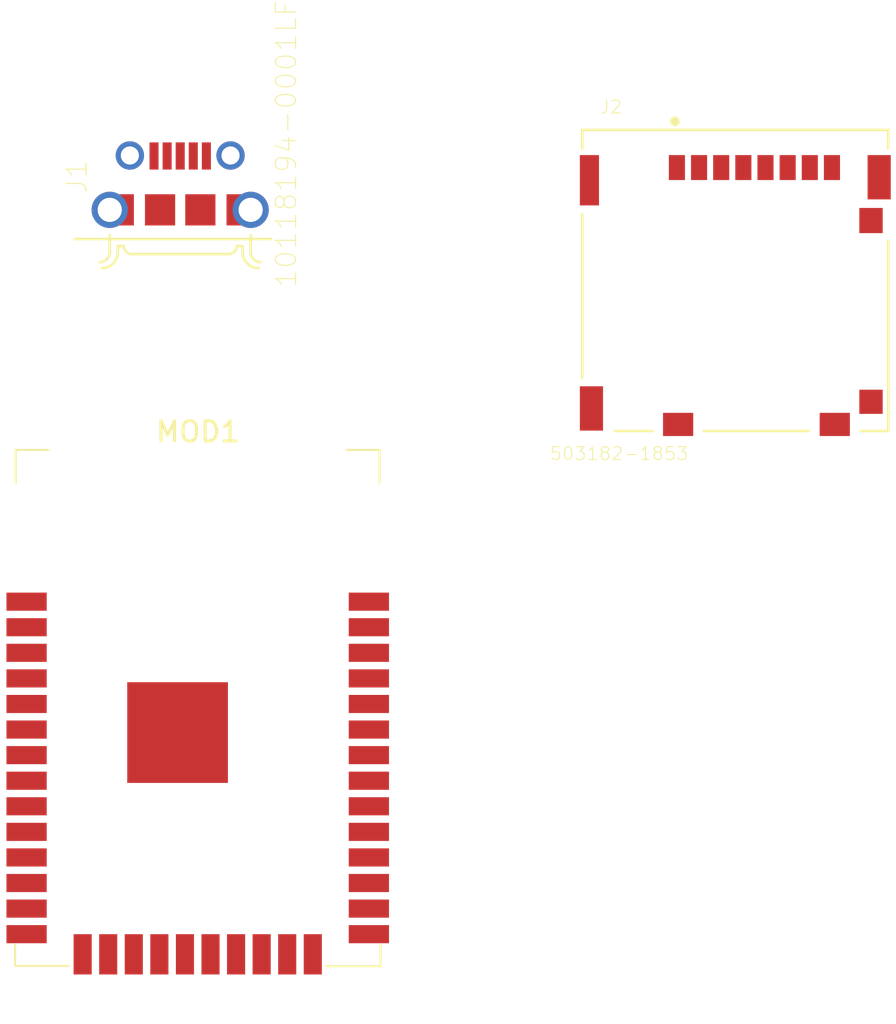
<source format=kicad_pcb>
(kicad_pcb (version 20171130) (host pcbnew "(5.0.0)")

  (general
    (thickness 1.6)
    (drawings 0)
    (tracks 0)
    (zones 0)
    (modules 3)
    (nets 46)
  )

  (page A4)
  (layers
    (0 F.Cu signal)
    (31 B.Cu signal)
    (32 B.Adhes user)
    (33 F.Adhes user)
    (34 B.Paste user)
    (35 F.Paste user)
    (36 B.SilkS user)
    (37 F.SilkS user)
    (38 B.Mask user)
    (39 F.Mask user)
    (40 Dwgs.User user)
    (41 Cmts.User user)
    (42 Eco1.User user)
    (43 Eco2.User user)
    (44 Edge.Cuts user)
    (45 Margin user)
    (46 B.CrtYd user)
    (47 F.CrtYd user)
    (48 B.Fab user)
    (49 F.Fab user)
  )

  (setup
    (last_trace_width 0.25)
    (trace_clearance 0.2)
    (zone_clearance 0.508)
    (zone_45_only no)
    (trace_min 0.2)
    (segment_width 0.2)
    (edge_width 0.15)
    (via_size 0.8)
    (via_drill 0.4)
    (via_min_size 0.4)
    (via_min_drill 0.3)
    (uvia_size 0.3)
    (uvia_drill 0.1)
    (uvias_allowed no)
    (uvia_min_size 0.2)
    (uvia_min_drill 0.1)
    (pcb_text_width 0.3)
    (pcb_text_size 1.5 1.5)
    (mod_edge_width 0.15)
    (mod_text_size 1 1)
    (mod_text_width 0.15)
    (pad_size 1.524 1.524)
    (pad_drill 0.762)
    (pad_to_mask_clearance 0.2)
    (aux_axis_origin 0 0)
    (visible_elements FFFFFF7F)
    (pcbplotparams
      (layerselection 0x010fc_ffffffff)
      (usegerberextensions false)
      (usegerberattributes false)
      (usegerberadvancedattributes false)
      (creategerberjobfile false)
      (excludeedgelayer true)
      (linewidth 0.100000)
      (plotframeref false)
      (viasonmask false)
      (mode 1)
      (useauxorigin false)
      (hpglpennumber 1)
      (hpglpenspeed 20)
      (hpglpendiameter 15.000000)
      (psnegative false)
      (psa4output false)
      (plotreference true)
      (plotvalue true)
      (plotinvisibletext false)
      (padsonsilk false)
      (subtractmaskfromsilk false)
      (outputformat 1)
      (mirror false)
      (drillshape 1)
      (scaleselection 1)
      (outputdirectory ""))
  )

  (net 0 "")
  (net 1 VBUS)
  (net 2 /USB-)
  (net 3 /USB+)
  (net 4 "Net-(J1-Pad4)")
  (net 5 GND)
  (net 6 "Net-(J2-Pad1)")
  (net 7 /SD_CS)
  (net 8 /MOSI)
  (net 9 +3V3)
  (net 10 /SCK)
  (net 11 /MISO)
  (net 12 "Net-(J2-Pad8)")
  (net 13 "Net-(J2-PadSW_T)")
  (net 14 "Net-(J2-PadDET_T)")
  (net 15 "Net-(MOD1-Pad16)")
  (net 16 "Net-(MOD1-Pad17)")
  (net 17 "Net-(MOD1-Pad18)")
  (net 18 "Net-(MOD1-Pad19)")
  (net 19 "Net-(MOD1-Pad20)")
  (net 20 "Net-(MOD1-Pad21)")
  (net 21 "Net-(MOD1-Pad22)")
  (net 22 "Net-(MOD1-Pad23)")
  (net 23 "Net-(MOD1-Pad24)")
  (net 24 "Net-(MOD1-Pad3)")
  (net 25 "Net-(MOD1-Pad4)")
  (net 26 "Net-(MOD1-Pad5)")
  (net 27 "Net-(MOD1-Pad6)")
  (net 28 "Net-(MOD1-Pad7)")
  (net 29 "Net-(MOD1-Pad8)")
  (net 30 "Net-(MOD1-Pad9)")
  (net 31 "Net-(MOD1-Pad10)")
  (net 32 "Net-(MOD1-Pad11)")
  (net 33 "Net-(MOD1-Pad12)")
  (net 34 "Net-(MOD1-Pad13)")
  (net 35 "Net-(MOD1-Pad14)")
  (net 36 /SDA)
  (net 37 /SCL)
  (net 38 /TX)
  (net 39 /RX)
  (net 40 "Net-(MOD1-Pad33)")
  (net 41 "Net-(MOD1-Pad32)")
  (net 42 "Net-(MOD1-Pad28)")
  (net 43 "Net-(MOD1-Pad27)")
  (net 44 "Net-(MOD1-Pad26)")
  (net 45 "Net-(MOD1-Pad25)")

  (net_class Default "This is the default net class."
    (clearance 0.2)
    (trace_width 0.25)
    (via_dia 0.8)
    (via_drill 0.4)
    (uvia_dia 0.3)
    (uvia_drill 0.1)
    (add_net +3V3)
    (add_net /MISO)
    (add_net /MOSI)
    (add_net /RX)
    (add_net /SCK)
    (add_net /SCL)
    (add_net /SDA)
    (add_net /SD_CS)
    (add_net /TX)
    (add_net /USB+)
    (add_net /USB-)
    (add_net GND)
    (add_net "Net-(J1-Pad4)")
    (add_net "Net-(J2-Pad1)")
    (add_net "Net-(J2-Pad8)")
    (add_net "Net-(J2-PadDET_T)")
    (add_net "Net-(J2-PadSW_T)")
    (add_net "Net-(MOD1-Pad10)")
    (add_net "Net-(MOD1-Pad11)")
    (add_net "Net-(MOD1-Pad12)")
    (add_net "Net-(MOD1-Pad13)")
    (add_net "Net-(MOD1-Pad14)")
    (add_net "Net-(MOD1-Pad16)")
    (add_net "Net-(MOD1-Pad17)")
    (add_net "Net-(MOD1-Pad18)")
    (add_net "Net-(MOD1-Pad19)")
    (add_net "Net-(MOD1-Pad20)")
    (add_net "Net-(MOD1-Pad21)")
    (add_net "Net-(MOD1-Pad22)")
    (add_net "Net-(MOD1-Pad23)")
    (add_net "Net-(MOD1-Pad24)")
    (add_net "Net-(MOD1-Pad25)")
    (add_net "Net-(MOD1-Pad26)")
    (add_net "Net-(MOD1-Pad27)")
    (add_net "Net-(MOD1-Pad28)")
    (add_net "Net-(MOD1-Pad3)")
    (add_net "Net-(MOD1-Pad32)")
    (add_net "Net-(MOD1-Pad33)")
    (add_net "Net-(MOD1-Pad4)")
    (add_net "Net-(MOD1-Pad5)")
    (add_net "Net-(MOD1-Pad6)")
    (add_net "Net-(MOD1-Pad7)")
    (add_net "Net-(MOD1-Pad8)")
    (add_net "Net-(MOD1-Pad9)")
    (add_net VBUS)
  )

  (module 10118194-0001LF:FRAMATOME_10118194-0001LF (layer F.Cu) (tedit 0) (tstamp 5BD04D79)
    (at 38.59 23.255)
    (path /5BD44DDE)
    (attr smd)
    (fp_text reference J1 (at -5.13988 -1.64156 90) (layer F.SilkS)
      (effects (font (size 1.00095 1.00095) (thickness 0.05)))
    )
    (fp_text value 10118194-0001LF (at 5.26692 -3.27619 90) (layer F.SilkS)
      (effects (font (size 1.00036 1.00036) (thickness 0.05)))
    )
    (fp_line (start -3.5 -2.85) (end 3.5 -2.85) (layer Dwgs.User) (width 0.127))
    (fp_line (start -3.5 1.25) (end -3.5 2.1) (layer F.SilkS) (width 0.127))
    (fp_line (start -3.5 2.1) (end -3.5 2.15) (layer F.SilkS) (width 0.127))
    (fp_line (start 3.5 1.25) (end 3.5 2.15) (layer F.SilkS) (width 0.127))
    (fp_line (start -5.25 1.45) (end 4.5 1.45) (layer F.SilkS) (width 0.127))
    (fp_text user PCB~Edge (at 4.25835 1.50295) (layer Edge.Cuts)
      (effects (font (size 1 1) (thickness 0.05)))
    )
    (fp_arc (start -4 2.1) (end -4 2.6) (angle -90) (layer F.SilkS) (width 0.127))
    (fp_arc (start -3.9 2.1) (end -3.1 2.1) (angle 90) (layer F.SilkS) (width 0.127))
    (fp_line (start -3.1 2.1) (end -3.1 1.8) (layer F.SilkS) (width 0.127))
    (fp_line (start -3.1 1.8) (end -2.8 1.8) (layer F.SilkS) (width 0.127))
    (fp_arc (start -2.4 1.8) (end -2.4 2.2) (angle 90) (layer F.SilkS) (width 0.127))
    (fp_line (start 3.5 1.25) (end 3.5 2.1) (layer F.SilkS) (width 0.127))
    (fp_line (start 3.5 2.1) (end 3.5 2.15) (layer F.SilkS) (width 0.127))
    (fp_arc (start 4 2.1) (end 4 2.6) (angle 90) (layer F.SilkS) (width 0.127))
    (fp_arc (start 3.9 2.1) (end 3.1 2.1) (angle -90) (layer F.SilkS) (width 0.127))
    (fp_line (start 3.1 2.1) (end 3.1 1.8) (layer F.SilkS) (width 0.127))
    (fp_line (start 3.1 1.8) (end 2.8 1.8) (layer F.SilkS) (width 0.127))
    (fp_arc (start 2.4 1.8) (end 2.4 2.2) (angle -90) (layer F.SilkS) (width 0.127))
    (fp_line (start -2.4 2.2) (end 2.3 2.2) (layer F.SilkS) (width 0.127))
    (fp_line (start -2.5 -3.7) (end 3.8 -3.7) (layer Eco1.User) (width 0.127))
    (fp_line (start 3.8 -3.7) (end 3.8 -1.2) (layer Eco1.User) (width 0.127))
    (fp_line (start 3.8 -1.2) (end 4.7 -1.2) (layer Eco1.User) (width 0.127))
    (fp_line (start 4.7 -1.2) (end 4.7 1.2) (layer Eco1.User) (width 0.127))
    (fp_line (start 4.7 1.2) (end 4.3 1.2) (layer Eco1.User) (width 0.127))
    (fp_line (start 4.3 1.2) (end 4.3 3.2) (layer Eco1.User) (width 0.127))
    (fp_line (start 4.3 3.2) (end -4.3 3.2) (layer Eco1.User) (width 0.127))
    (fp_line (start -4.3 3.2) (end -4.3 1.2) (layer Eco1.User) (width 0.127))
    (fp_line (start -4.3 1.2) (end -4.7 1.2) (layer Eco1.User) (width 0.127))
    (fp_line (start -4.7 1.2) (end -4.7 -1.2) (layer Eco1.User) (width 0.127))
    (fp_line (start -4.7 -1.2) (end -3.8 -1.2) (layer Eco1.User) (width 0.127))
    (fp_line (start -3.8 -1.2) (end -3.8 -3.7) (layer Eco1.User) (width 0.127))
    (fp_line (start -3.8 -3.7) (end -1.8 -3.7) (layer Eco1.User) (width 0.127))
    (pad 1 smd rect (at -1.3 -2.675 180) (size 0.45 1.35) (layers F.Cu F.Paste F.Mask)
      (net 1 VBUS))
    (pad 2 smd rect (at -0.65 -2.675 180) (size 0.45 1.35) (layers F.Cu F.Paste F.Mask)
      (net 2 /USB-))
    (pad 3 smd rect (at 0 -2.675 180) (size 0.45 1.35) (layers F.Cu F.Paste F.Mask)
      (net 3 /USB+))
    (pad 4 smd rect (at 0.65 -2.675 180) (size 0.45 1.35) (layers F.Cu F.Paste F.Mask)
      (net 4 "Net-(J1-Pad4)"))
    (pad 5 smd rect (at 1.3 -2.675 180) (size 0.45 1.35) (layers F.Cu F.Paste F.Mask)
      (net 5 GND))
    (pad P$6 thru_hole circle (at -2.5 -2.7) (size 1.408 1.408) (drill 0.9) (layers *.Cu *.Mask))
    (pad P$7 thru_hole circle (at 2.5 -2.7) (size 1.408 1.408) (drill 0.9) (layers *.Cu *.Mask))
    (pad P$8 thru_hole circle (at -3.5 0) (size 1.8 1.8) (drill 1.2) (layers *.Cu *.Mask))
    (pad P$9 thru_hole circle (at 3.5 0) (size 1.8 1.8) (drill 1.2) (layers *.Cu *.Mask))
    (pad P$10 smd rect (at -1 0) (size 1.5 1.55) (layers F.Cu F.Paste F.Mask))
    (pad P$11 smd rect (at 1 0) (size 1.5 1.55) (layers F.Cu F.Paste F.Mask))
    (pad P$12 smd rect (at -3.05 0) (size 1.5 1.55) (layers F.Cu F.Paste F.Mask))
    (pad P$13 smd rect (at 3.05 0) (size 1.5 1.55) (layers F.Cu F.Paste F.Mask))
  )

  (module 503182-1853:MOLEX_503182-1853 (layer F.Cu) (tedit 0) (tstamp 5BD04D9F)
    (at 66.16 26.76)
    (path /5BD3CC6D)
    (attr smd)
    (fp_text reference J2 (at -6.17463 -8.60672) (layer F.SilkS)
      (effects (font (size 0.640024 0.640024) (thickness 0.05)))
    )
    (fp_text value 503182-1853 (at -5.77123 8.59841) (layer F.SilkS)
      (effects (font (size 0.640358 0.640358) (thickness 0.05)))
    )
    (fp_line (start -7.6 7.475) (end -7.6 -7.475) (layer Dwgs.User) (width 0.127))
    (fp_line (start -7.6 -7.475) (end 7.6 -7.475) (layer Dwgs.User) (width 0.127))
    (fp_line (start 7.6 -7.475) (end 7.6 7.475) (layer Dwgs.User) (width 0.127))
    (fp_line (start 7.6 7.475) (end -7.6 7.475) (layer Dwgs.User) (width 0.127))
    (fp_poly (pts (xy -3.65228 -4.735) (xy 5.55 -4.735) (xy 5.55 3.42714) (xy -3.65228 3.42714)) (layer Dwgs.User) (width 0))
    (fp_line (start -7.97 7.975) (end -7.97 -7.725) (layer Eco1.User) (width 0.05))
    (fp_line (start -7.97 -7.725) (end 7.97 -7.725) (layer Eco1.User) (width 0.05))
    (fp_line (start 7.97 -7.725) (end 7.97 7.975) (layer Eco1.User) (width 0.05))
    (fp_line (start 7.97 7.975) (end -7.97 7.975) (layer Eco1.User) (width 0.05))
    (fp_line (start -7.6 -6.55) (end -7.6 -7.475) (layer F.SilkS) (width 0.127))
    (fp_line (start -7.6 -7.475) (end 7.6 -7.475) (layer F.SilkS) (width 0.127))
    (fp_line (start 7.6 -7.475) (end 7.6 -6.55) (layer F.SilkS) (width 0.127))
    (fp_line (start 7.6 -1.95) (end 7.6 7.475) (layer F.SilkS) (width 0.127))
    (fp_line (start 7.6 7.475) (end 6.23 7.475) (layer F.SilkS) (width 0.127))
    (fp_line (start -7.6 -3.28) (end -7.6 4.85) (layer F.SilkS) (width 0.127))
    (fp_line (start -6 7.475) (end -4.11 7.475) (layer F.SilkS) (width 0.127))
    (fp_line (start -1.56 7.475) (end 3.65 7.475) (layer F.SilkS) (width 0.127))
    (fp_circle (center -3 -7.9) (end -2.88 -7.9) (layer F.SilkS) (width 0.24))
    (fp_poly (pts (xy -3.65183 -4.735) (xy 5.55 -4.735) (xy 5.55 3.42672) (xy -3.65183 3.42672)) (layer Dwgs.User) (width 0))
    (pad 1 smd rect (at -2.9 -5.605 90) (size 1.24 0.8) (layers F.Cu F.Paste F.Mask)
      (net 6 "Net-(J2-Pad1)"))
    (pad 2 smd rect (at -1.8 -5.605 90) (size 1.24 0.8) (layers F.Cu F.Paste F.Mask)
      (net 7 /SD_CS))
    (pad 3 smd rect (at -0.7 -5.605 90) (size 1.24 0.8) (layers F.Cu F.Paste F.Mask)
      (net 8 /MOSI))
    (pad 4 smd rect (at 0.4 -5.605 90) (size 1.24 0.8) (layers F.Cu F.Paste F.Mask)
      (net 9 +3V3))
    (pad 5 smd rect (at 1.5 -5.605 90) (size 1.24 0.8) (layers F.Cu F.Paste F.Mask)
      (net 10 /SCK))
    (pad 6 smd rect (at 2.6 -5.605 90) (size 1.24 0.8) (layers F.Cu F.Paste F.Mask)
      (net 5 GND))
    (pad 7 smd rect (at 3.7 -5.605 90) (size 1.24 0.8) (layers F.Cu F.Paste F.Mask)
      (net 11 /MISO))
    (pad 8 smd rect (at 4.8 -5.605 90) (size 1.24 0.8) (layers F.Cu F.Paste F.Mask)
      (net 12 "Net-(J2-Pad8)"))
    (pad SH1 smd rect (at -7.245 -4.975 90) (size 2.5 0.95) (layers F.Cu F.Paste F.Mask)
      (net 5 GND))
    (pad SH2 smd rect (at 7.145 -5.125 90) (size 2.2 1.15) (layers F.Cu F.Paste F.Mask)
      (net 5 GND))
    (pad SW_T smd rect (at 6.74 -2.975 90) (size 1.25 1.16) (layers F.Cu F.Paste F.Mask)
      (net 13 "Net-(J2-PadSW_T)"))
    (pad DET_T smd rect (at 6.74 6.025 90) (size 1.2 1.16) (layers F.Cu F.Paste F.Mask)
      (net 14 "Net-(J2-PadDET_T)"))
    (pad SH5 smd rect (at -7.145 6.355 90) (size 2.2 1.15) (layers F.Cu F.Paste F.Mask)
      (net 5 GND))
    (pad SH4 smd rect (at -2.84 7.15 180) (size 1.5 1.15) (layers F.Cu F.Paste F.Mask)
      (net 5 GND))
    (pad SH3 smd rect (at 4.94 7.15 180) (size 1.5 1.15) (layers F.Cu F.Paste F.Mask)
      (net 5 GND))
  )

  (module digikey-footprints:ESP32-WROOM-32D (layer F.Cu) (tedit 5B1AEA8D) (tstamp 5BD04DDB)
    (at 39.46 50.965)
    (path /5BCFF980)
    (fp_text reference MOD1 (at 0.01 -16.69) (layer F.SilkS)
      (effects (font (size 1 1) (thickness 0.15)))
    )
    (fp_text value ESP32-WROOM-32 (at 0 11.88) (layer F.Fab)
      (effects (font (size 1 1) (thickness 0.15)))
    )
    (fp_line (start 9.74 10.46) (end 9.74 -16.02) (layer F.CrtYd) (width 0.1))
    (fp_line (start -9.77 10.47) (end 9.73 10.46) (layer F.CrtYd) (width 0.1))
    (fp_line (start -9.77 -16.04) (end -9.77 10.47) (layer F.CrtYd) (width 0.1))
    (fp_line (start 9.74 -16.04) (end -9.74 -16.04) (layer F.CrtYd) (width 0.1))
    (fp_text user REF** (at 0.01 -5.37) (layer F.Fab)
      (effects (font (size 1 1) (thickness 0.15)))
    )
    (fp_line (start 9.03 -14.17) (end 9.03 -15.79) (layer F.SilkS) (width 0.1))
    (fp_line (start 9.03 -15.79) (end 7.39 -15.79) (layer F.SilkS) (width 0.1))
    (fp_line (start -9.04 -14.16) (end -9.04 -15.79) (layer F.SilkS) (width 0.1))
    (fp_line (start -9.04 -15.79) (end -7.41 -15.79) (layer F.SilkS) (width 0.1))
    (fp_line (start 9.08 8.81) (end 9.08 9.85) (layer F.SilkS) (width 0.1))
    (fp_line (start 9.08 9.85) (end 6.38 9.85) (layer F.SilkS) (width 0.1))
    (fp_line (start -9.07 8.78) (end -9.07 9.83) (layer F.SilkS) (width 0.1))
    (fp_line (start -9.07 9.83) (end -6.42 9.83) (layer F.SilkS) (width 0.1))
    (fp_line (start -9 9.755) (end 9 9.755) (layer F.Fab) (width 0.1))
    (fp_line (start -9 -15.748) (end -9 9.755) (layer F.Fab) (width 0.1))
    (fp_line (start -9 -15.745) (end 9 -15.745) (layer F.Fab) (width 0.1))
    (fp_line (start 9 -15.748) (end 9 9.755) (layer F.Fab) (width 0.1))
    (pad 1 smd rect (at -8.5 -8.255) (size 2 0.9) (layers F.Cu F.Paste F.Mask)
      (net 5 GND))
    (pad 15 smd rect (at -5.715 9.255 90) (size 2 0.9) (layers F.Cu F.Paste F.Mask)
      (net 5 GND))
    (pad 16 smd rect (at -4.445 9.255 90) (size 2 0.9) (layers F.Cu F.Paste F.Mask)
      (net 15 "Net-(MOD1-Pad16)"))
    (pad 17 smd rect (at -3.175 9.255 90) (size 2 0.9) (layers F.Cu F.Paste F.Mask)
      (net 16 "Net-(MOD1-Pad17)"))
    (pad 18 smd rect (at -1.905 9.255 90) (size 2 0.9) (layers F.Cu F.Paste F.Mask)
      (net 17 "Net-(MOD1-Pad18)"))
    (pad 19 smd rect (at -0.635 9.255 90) (size 2 0.9) (layers F.Cu F.Paste F.Mask)
      (net 18 "Net-(MOD1-Pad19)"))
    (pad 20 smd rect (at 0.635 9.255 90) (size 2 0.9) (layers F.Cu F.Paste F.Mask)
      (net 19 "Net-(MOD1-Pad20)"))
    (pad 21 smd rect (at 1.905 9.255 90) (size 2 0.9) (layers F.Cu F.Paste F.Mask)
      (net 20 "Net-(MOD1-Pad21)"))
    (pad 22 smd rect (at 3.175 9.255 90) (size 2 0.9) (layers F.Cu F.Paste F.Mask)
      (net 21 "Net-(MOD1-Pad22)"))
    (pad 23 smd rect (at 4.445 9.255 90) (size 2 0.9) (layers F.Cu F.Paste F.Mask)
      (net 22 "Net-(MOD1-Pad23)"))
    (pad 24 smd rect (at 5.715 9.255 90) (size 2 0.9) (layers F.Cu F.Paste F.Mask)
      (net 23 "Net-(MOD1-Pad24)"))
    (pad 2 smd rect (at -8.5 -6.985) (size 2 0.9) (layers F.Cu F.Paste F.Mask)
      (net 9 +3V3))
    (pad 3 smd rect (at -8.5 -5.715) (size 2 0.9) (layers F.Cu F.Paste F.Mask)
      (net 24 "Net-(MOD1-Pad3)"))
    (pad 4 smd rect (at -8.5 -4.445) (size 2 0.9) (layers F.Cu F.Paste F.Mask)
      (net 25 "Net-(MOD1-Pad4)"))
    (pad 5 smd rect (at -8.5 -3.175) (size 2 0.9) (layers F.Cu F.Paste F.Mask)
      (net 26 "Net-(MOD1-Pad5)"))
    (pad 6 smd rect (at -8.5 -1.905) (size 2 0.9) (layers F.Cu F.Paste F.Mask)
      (net 27 "Net-(MOD1-Pad6)"))
    (pad 7 smd rect (at -8.5 -0.635) (size 2 0.9) (layers F.Cu F.Paste F.Mask)
      (net 28 "Net-(MOD1-Pad7)"))
    (pad 8 smd rect (at -8.5 0.635) (size 2 0.9) (layers F.Cu F.Paste F.Mask)
      (net 29 "Net-(MOD1-Pad8)"))
    (pad 9 smd rect (at -8.5 1.905) (size 2 0.9) (layers F.Cu F.Paste F.Mask)
      (net 30 "Net-(MOD1-Pad9)"))
    (pad 10 smd rect (at -8.5 3.175) (size 2 0.9) (layers F.Cu F.Paste F.Mask)
      (net 31 "Net-(MOD1-Pad10)"))
    (pad 11 smd rect (at -8.5 4.445) (size 2 0.9) (layers F.Cu F.Paste F.Mask)
      (net 32 "Net-(MOD1-Pad11)"))
    (pad 12 smd rect (at -8.5 5.715) (size 2 0.9) (layers F.Cu F.Paste F.Mask)
      (net 33 "Net-(MOD1-Pad12)"))
    (pad 13 smd rect (at -8.5 6.985) (size 2 0.9) (layers F.Cu F.Paste F.Mask)
      (net 34 "Net-(MOD1-Pad13)"))
    (pad 14 smd rect (at -8.5 8.255) (size 2 0.9) (layers F.Cu F.Paste F.Mask)
      (net 35 "Net-(MOD1-Pad14)"))
    (pad 38 smd rect (at 8.5 -8.255) (size 2 0.9) (layers F.Cu F.Paste F.Mask)
      (net 5 GND))
    (pad 37 smd rect (at 8.5 -6.985) (size 2 0.9) (layers F.Cu F.Paste F.Mask)
      (net 36 /SDA))
    (pad 36 smd rect (at 8.5 -5.715) (size 2 0.9) (layers F.Cu F.Paste F.Mask)
      (net 37 /SCL))
    (pad 35 smd rect (at 8.5 -4.445) (size 2 0.9) (layers F.Cu F.Paste F.Mask)
      (net 38 /TX))
    (pad 34 smd rect (at 8.5 -3.175) (size 2 0.9) (layers F.Cu F.Paste F.Mask)
      (net 39 /RX))
    (pad 33 smd rect (at 8.5 -1.905) (size 2 0.9) (layers F.Cu F.Paste F.Mask)
      (net 40 "Net-(MOD1-Pad33)"))
    (pad 32 smd rect (at 8.5 -0.635) (size 2 0.9) (layers F.Cu F.Paste F.Mask)
      (net 41 "Net-(MOD1-Pad32)"))
    (pad 31 smd rect (at 8.5 0.635) (size 2 0.9) (layers F.Cu F.Paste F.Mask)
      (net 11 /MISO))
    (pad 30 smd rect (at 8.5 1.905) (size 2 0.9) (layers F.Cu F.Paste F.Mask)
      (net 8 /MOSI))
    (pad 29 smd rect (at 8.5 3.175) (size 2 0.9) (layers F.Cu F.Paste F.Mask)
      (net 10 /SCK))
    (pad 28 smd rect (at 8.5 4.445) (size 2 0.9) (layers F.Cu F.Paste F.Mask)
      (net 42 "Net-(MOD1-Pad28)"))
    (pad 27 smd rect (at 8.5 5.715) (size 2 0.9) (layers F.Cu F.Paste F.Mask)
      (net 43 "Net-(MOD1-Pad27)"))
    (pad 26 smd rect (at 8.5 6.985) (size 2 0.9) (layers F.Cu F.Paste F.Mask)
      (net 44 "Net-(MOD1-Pad26)"))
    (pad 25 smd rect (at 8.5 8.255) (size 2 0.9) (layers F.Cu F.Paste F.Mask)
      (net 45 "Net-(MOD1-Pad25)"))
    (pad 39 smd rect (at -1 -1.755) (size 5 5) (layers F.Cu F.Paste F.Mask)
      (net 5 GND))
  )

)

</source>
